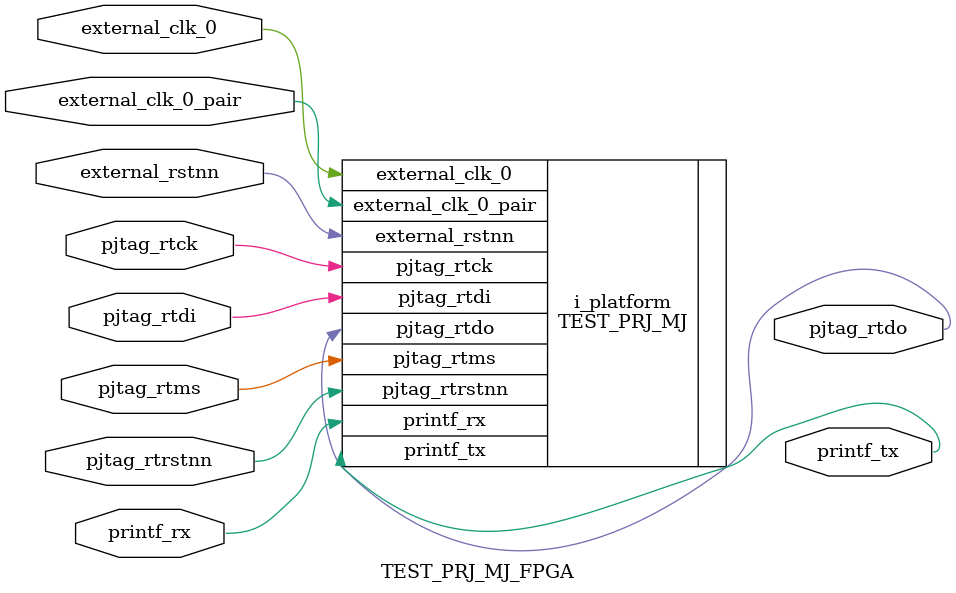
<source format=v>

`include "ervp_platform_controller_memorymap_offset.vh"
`include "ervp_external_peri_group_memorymap_offset.vh"
`include "memorymap_info.vh"
`include "ervp_global.vh"
`include "platform_info.vh"
`include "munoc_network_include.vh"

module TEST_PRJ_MJ_FPGA
(
	external_clk_0,
	external_clk_0_pair,
	external_rstnn,
	pjtag_rtck,
	pjtag_rtrstnn,
	pjtag_rtms,
	pjtag_rtdi,
	pjtag_rtdo,
	printf_tx,
	printf_rx
);

input wire external_clk_0;
input wire external_clk_0_pair;
input wire external_rstnn;
input wire pjtag_rtck;
input wire pjtag_rtrstnn;
input wire pjtag_rtms;
input wire pjtag_rtdi;
output wire pjtag_rtdo;
output wire printf_tx;
input wire printf_rx;



STARTUPE2
#(
  .PROG_USR("FALSE"),
  .SIM_CCLK_FREQ(0.0)
)
i_STARTUPE2
(
  .CFGCLK(),
  .CFGMCLK(),
  .EOS(),
  .PREQ(),

  .CLK(1'b0),
  .GSR(1'b0),
  .GTS(1'b0),
  .KEYCLEARB(1'b0),
  .PACK(1'b0),
  .USRCCLKO(spi_flash_sclk),
  .USRCCLKTS(1'b0),
  .USRDONEO(1'b1),
  .USRDONETS(1'b0)
);

TEST_PRJ_MJ
i_platform
(
	.external_clk_0(external_clk_0),
	.external_clk_0_pair(external_clk_0_pair),
	.external_rstnn(external_rstnn),
	.pjtag_rtck(pjtag_rtck),
	.pjtag_rtrstnn(pjtag_rtrstnn),
	.pjtag_rtms(pjtag_rtms),
	.pjtag_rtdi(pjtag_rtdi),
	.pjtag_rtdo(pjtag_rtdo),
	.printf_tx(printf_tx),
	.printf_rx(printf_rx)
);

endmodule
</source>
